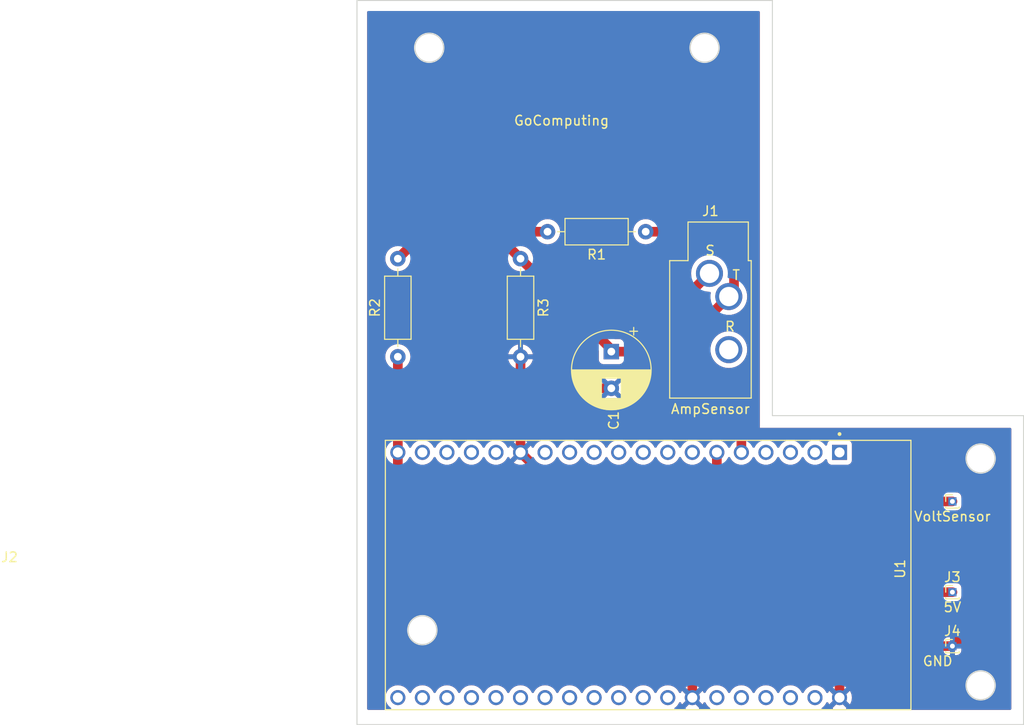
<source format=kicad_pcb>
(kicad_pcb (version 20221018) (generator pcbnew)
  (layers (0 "F.Cu" signal) (31 "B.Cu" signal) (34 "B.Paste" user) (35 "F.Paste" user) (36 "B.SilkS" user "B.Silkscreen") (37 "F.SilkS" user "F.Silkscreen") (38 "B.Mask" user) (39 "F.Mask" user) (44 "Edge.Cuts" user))
  (net 0 "")
  (net 1 "Net-(C1-Pad1)")
  (net 2 "GND")
  (net 4 "Net-(U1-IO34)")
  (net 5 "Net-(J2-Pin_1)")
  (net 6 "VCC")
  (footprint "Resistor_THT:R_Axial_DIN0207_L6.3mm_D2.5mm_P10.16mm_Horizontal" (layer "F.Cu") (at 49.53 57.404 -90)
    (fp_text reference "R3" (at 5.08 -2.37 90) (layer "F.SilkS"))
    (fp_text value "10k")
    (fp_line (start 1.04 0) (end 1.81 0) (stroke (width 0.12)) (layer "F.SilkS"))
    (fp_line (start 1.81 -1.37) (end 1.81 1.37) (stroke (width 0.12)) (layer "F.SilkS"))
    (fp_line (start 1.81 1.37) (end 8.35 1.37) (stroke (width 0.12)) (layer "F.SilkS"))
    (fp_line (start 8.35 -1.37) (end 1.81 -1.37) (stroke (width 0.12)) (layer "F.SilkS"))
    (fp_line (start 8.35 1.37) (end 8.35 -1.37) (stroke (width 0.12)) (layer "F.SilkS"))
    (fp_line (start 9.12 0) (end 8.35 0) (stroke (width 0.12)) (layer "F.SilkS"))
    (pad "1" thru_hole circle (at 0 0 270) (size 1.6 1.6) (drill 0.8) (layers "*.Cu" "*.Mask") (net 1 "Net-(C1-Pad1)"))
    (pad "2" thru_hole oval (at 10.16 0 270) (size 1.6 1.6) (drill 0.8) (layers "*.Cu" "*.Mask") (net 2 "GND"))
  )
  (footprint "Resistor_THT:R_Axial_DIN0207_L6.3mm_D2.5mm_P10.16mm_Horizontal" (layer "F.Cu") (at 62.484 54.61 180)
    (fp_text reference "R1" (at 5.08 -2.37) (layer "F.SilkS"))
    (fp_text value "100R")
    (fp_line (start 1.04 0) (end 1.81 0) (stroke (width 0.12)) (layer "F.SilkS"))
    (fp_line (start 1.81 -1.37) (end 1.81 1.37) (stroke (width 0.12)) (layer "F.SilkS"))
    (fp_line (start 1.81 1.37) (end 8.35 1.37) (stroke (width 0.12)) (layer "F.SilkS"))
    (fp_line (start 8.35 -1.37) (end 1.81 -1.37) (stroke (width 0.12)) (layer "F.SilkS"))
    (fp_line (start 8.35 1.37) (end 8.35 -1.37) (stroke (width 0.12)) (layer "F.SilkS"))
    (fp_line (start 9.12 0) (end 8.35 0) (stroke (width 0.12)) (layer "F.SilkS"))
    (pad "1" thru_hole circle (at 0 0 180) (size 1.6 1.6) (drill 0.8) (layers "*.Cu" "*.Mask") (net 4 "Net-(U1-IO34)"))
    (pad "2" thru_hole oval (at 10.16 0 180) (size 1.6 1.6) (drill 0.8) (layers "*.Cu" "*.Mask") (net 1 "Net-(C1-Pad1)"))
  )
  (footprint "Resistor_THT:R_Axial_DIN0207_L6.3mm_D2.5mm_P10.16mm_Horizontal" (layer "F.Cu") (at 36.83 67.564 90)
    (fp_text reference "R2" (at 5.08 -2.37 90) (layer "F.SilkS"))
    (fp_text value "10k")
    (fp_line (start 1.04 0) (end 1.81 0) (stroke (width 0.12)) (layer "F.SilkS"))
    (fp_line (start 1.81 -1.37) (end 1.81 1.37) (stroke (width 0.12)) (layer "F.SilkS"))
    (fp_line (start 1.81 1.37) (end 8.35 1.37) (stroke (width 0.12)) (layer "F.SilkS"))
    (fp_line (start 8.35 -1.37) (end 1.81 -1.37) (stroke (width 0.12)) (layer "F.SilkS"))
    (fp_line (start 8.35 1.37) (end 8.35 -1.37) (stroke (width 0.12)) (layer "F.SilkS"))
    (fp_line (start 9.12 0) (end 8.35 0) (stroke (width 0.12)) (layer "F.SilkS"))
    (pad "1" thru_hole circle (at 0 0 90) (size 1.6 1.6) (drill 0.8) (layers "*.Cu" "*.Mask") (net 6 "VCC"))
    (pad "2" thru_hole oval (at 10.16 0 90) (size 1.6 1.6) (drill 0.8) (layers "*.Cu" "*.Mask") (net 1 "Net-(C1-Pad1)"))
  )
  (footprint "Connector_PinHeader_1.00mm:PinHeader_1x01_P1.00mm_Vertical" (layer "F.Cu") (at 94.234 82.55)
    (fp_text reference "J2" (at -97.602 5.776) (layer "F.SilkS"))
    (fp_text value "VoltSensor" (at 0 1.56) (layer "F.SilkS"))
    (fp_line (start -0.695 -0.685) (end 0 -0.685) (stroke (width 0.12)) (layer "F.SilkS"))
    (fp_line (start -0.695 0) (end -0.695 -0.685) (stroke (width 0.12)) (layer "F.SilkS"))
    (fp_line (start -0.695 0.685) (end -0.695 0.56) (stroke (width 0.12)) (layer "F.SilkS"))
    (fp_line (start -0.695 0.685) (end -0.608276 0.685) (stroke (width 0.12)) (layer "F.SilkS"))
    (fp_line (start -0.695 0.685) (end 0.695 0.685) (stroke (width 0.12)) (layer "F.SilkS"))
    (fp_line (start 0.608276 0.685) (end 0.695 0.685) (stroke (width 0.12)) (layer "F.SilkS"))
    (fp_line (start 0.695 0.685) (end 0.695 0.56) (stroke (width 0.12)) (layer "F.SilkS"))
    (pad "1" thru_hole rect (at 0 0) (size 0.85 0.85) (drill 0.5) (layers "*.Cu" "*.Mask") (net 5 "Net-(J2-Pin_1)"))
  )
  (footprint "Connector_PinHeader_1.00mm:PinHeader_1x01_P1.00mm_Vertical" (layer "F.Cu") (at 94.234 97.536)
    (fp_text reference "J4" (at 0 -1.56) (layer "F.SilkS"))
    (fp_text value "GND" (at -1.524 1.56) (layer "F.SilkS"))
    (fp_line (start -0.695 -0.685) (end 0 -0.685) (stroke (width 0.12)) (layer "F.SilkS"))
    (fp_line (start -0.695 0) (end -0.695 -0.685) (stroke (width 0.12)) (layer "F.SilkS"))
    (fp_line (start -0.695 0.685) (end -0.695 0.56) (stroke (width 0.12)) (layer "F.SilkS"))
    (fp_line (start -0.695 0.685) (end -0.608276 0.685) (stroke (width 0.12)) (layer "F.SilkS"))
    (fp_line (start -0.695 0.685) (end 0.695 0.685) (stroke (width 0.12)) (layer "F.SilkS"))
    (fp_line (start 0.608276 0.685) (end 0.695 0.685) (stroke (width 0.12)) (layer "F.SilkS"))
    (fp_line (start 0.695 0.685) (end 0.695 0.56) (stroke (width 0.12)) (layer "F.SilkS"))
    (pad "1" thru_hole rect (at 0 0) (size 0.85 0.85) (drill 0.5) (layers "*.Cu" "*.Mask") (net 2 "GND"))
  )
  (footprint "Connector_PinHeader_1.00mm:PinHeader_1x01_P1.00mm_Vertical" (layer "F.Cu") (at 94.234 91.948)
    (fp_text reference "J3" (at 0 -1.56) (layer "F.SilkS"))
    (fp_text value "5V" (at 0 1.56) (layer "F.SilkS"))
    (fp_line (start -0.695 -0.685) (end 0 -0.685) (stroke (width 0.12)) (layer "F.SilkS"))
    (fp_line (start -0.695 0) (end -0.695 -0.685) (stroke (width 0.12)) (layer "F.SilkS"))
    (fp_line (start -0.695 0.685) (end -0.695 0.56) (stroke (width 0.12)) (layer "F.SilkS"))
    (fp_line (start -0.695 0.685) (end -0.608276 0.685) (stroke (width 0.12)) (layer "F.SilkS"))
    (fp_line (start -0.695 0.685) (end 0.695 0.685) (stroke (width 0.12)) (layer "F.SilkS"))
    (fp_line (start 0.608276 0.685) (end 0.695 0.685) (stroke (width 0.12)) (layer "F.SilkS"))
    (fp_line (start 0.695 0.685) (end 0.695 0.56) (stroke (width 0.12)) (layer "F.SilkS"))
    (pad "1" thru_hole rect (at 0 0) (size 0.85 0.85) (drill 0.5) (layers "*.Cu" "*.Mask") (net 6 "VCC"))
  )
  (footprint "Capacitor_THT:CP_Radial_D8.0mm_P3.80mm" (layer "F.Cu") (at 58.928 67.031349 -90)
    (fp_text reference "C1" (at 7.136651 -0.254 90) (layer "F.SilkS"))
    (fp_text value "10uF")
    (fp_line (start -2.509698 -2.315) (end -1.709698 -2.315) (stroke (width 0.12)) (layer "F.SilkS"))
    (fp_line (start -2.109698 -2.715) (end -2.109698 -1.915) (stroke (width 0.12)) (layer "F.SilkS"))
    (fp_line (start 1.9 -4.08) (end 1.9 4.08) (stroke (width 0.12)) (layer "F.SilkS"))
    (fp_line (start 1.94 -4.08) (end 1.94 4.08) (stroke (width 0.12)) (layer "F.SilkS"))
    (fp_line (start 1.98 -4.08) (end 1.98 4.08) (stroke (width 0.12)) (layer "F.SilkS"))
    (fp_line (start 2.02 -4.079) (end 2.02 4.079) (stroke (width 0.12)) (layer "F.SilkS"))
    (fp_line (start 2.06 -4.077) (end 2.06 4.077) (stroke (width 0.12)) (layer "F.SilkS"))
    (fp_line (start 2.1 -4.076) (end 2.1 4.076) (stroke (width 0.12)) (layer "F.SilkS"))
    (fp_line (start 2.14 -4.074) (end 2.14 4.074) (stroke (width 0.12)) (layer "F.SilkS"))
    (fp_line (start 2.18 -4.071) (end 2.18 4.071) (stroke (width 0.12)) (layer "F.SilkS"))
    (fp_line (start 2.22 -4.068) (end 2.22 4.068) (stroke (width 0.12)) (layer "F.SilkS"))
    (fp_line (start 2.26 -4.065) (end 2.26 4.065) (stroke (width 0.12)) (layer "F.SilkS"))
    (fp_line (start 2.3 -4.061) (end 2.3 4.061) (stroke (width 0.12)) (layer "F.SilkS"))
    (fp_line (start 2.34 -4.057) (end 2.34 4.057) (stroke (width 0.12)) (layer "F.SilkS"))
    (fp_line (start 2.38 -4.052) (end 2.38 4.052) (stroke (width 0.12)) (layer "F.SilkS"))
    (fp_line (start 2.42 -4.048) (end 2.42 4.048) (stroke (width 0.12)) (layer "F.SilkS"))
    (fp_line (start 2.46 -4.042) (end 2.46 4.042) (stroke (width 0.12)) (layer "F.SilkS"))
    (fp_line (start 2.5 -4.037) (end 2.5 4.037) (stroke (width 0.12)) (layer "F.SilkS"))
    (fp_line (start 2.54 -4.03) (end 2.54 4.03) (stroke (width 0.12)) (layer "F.SilkS"))
    (fp_line (start 2.58 -4.024) (end 2.58 4.024) (stroke (width 0.12)) (layer "F.SilkS"))
    (fp_line (start 2.621 -4.017) (end 2.621 4.017) (stroke (width 0.12)) (layer "F.SilkS"))
    (fp_line (start 2.661 -4.01) (end 2.661 4.01) (stroke (width 0.12)) (layer "F.SilkS"))
    (fp_line (start 2.701 -4.002) (end 2.701 4.002) (stroke (width 0.12)) (layer "F.SilkS"))
    (fp_line (start 2.741 -3.994) (end 2.741 3.994) (stroke (width 0.12)) (layer "F.SilkS"))
    (fp_line (start 2.781 -3.985) (end 2.781 -1.04) (stroke (width 0.12)) (layer "F.SilkS"))
    (fp_line (start 2.781 1.04) (end 2.781 3.985) (stroke (width 0.12)) (layer "F.SilkS"))
    (fp_line (start 2.821 -3.976) (end 2.821 -1.04) (stroke (width 0.12)) (layer "F.SilkS"))
    (fp_line (start 2.821 1.04) (end 2.821 3.976) (stroke (width 0.12)) (layer "F.SilkS"))
    (fp_line (start 2.861 -3.967) (end 2.861 -1.04) (stroke (width 0.12)) (layer "F.SilkS"))
    (fp_line (start 2.861 1.04) (end 2.861 3.967) (stroke (width 0.12)) (layer "F.SilkS"))
    (fp_line (start 2.901 -3.957) (end 2.901 -1.04) (stroke (width 0.12)) (layer "F.SilkS"))
    (fp_line (start 2.901 1.04) (end 2.901 3.957) (stroke (width 0.12)) (layer "F.SilkS"))
    (fp_line (start 2.941 -3.947) (end 2.941 -1.04) (stroke (width 0.12)) (layer "F.SilkS"))
    (fp_line (start 2.941 1.04) (end 2.941 3.947) (stroke (width 0.12)) (layer "F.SilkS"))
    (fp_line (start 2.981 -3.936) (end 2.981 -1.04) (stroke (width 0.12)) (layer "F.SilkS"))
    (fp_line (start 2.981 1.04) (end 2.981 3.936) (stroke (width 0.12)) (layer "F.SilkS"))
    (fp_line (start 3.021 -3.925) (end 3.021 -1.04) (stroke (width 0.12)) (layer "F.SilkS"))
    (fp_line (start 3.021 1.04) (end 3.021 3.925) (stroke (width 0.12)) (layer "F.SilkS"))
    (fp_line (start 3.061 -3.914) (end 3.061 -1.04) (stroke (width 0.12)) (layer "F.SilkS"))
    (fp_line (start 3.061 1.04) (end 3.061 3.914) (stroke (width 0.12)) (layer "F.SilkS"))
    (fp_line (start 3.101 -3.902) (end 3.101 -1.04) (stroke (width 0.12)) (layer "F.SilkS"))
    (fp_line (start 3.101 1.04) (end 3.101 3.902) (stroke (width 0.12)) (layer "F.SilkS"))
    (fp_line (start 3.141 -3.889) (end 3.141 -1.04) (stroke (width 0.12)) (layer "F.SilkS"))
    (fp_line (start 3.141 1.04) (end 3.141 3.889) (stroke (width 0.12)) (layer "F.SilkS"))
    (fp_line (start 3.181 -3.877) (end 3.181 -1.04) (stroke (width 0.12)) (layer "F.SilkS"))
    (fp_line (start 3.181 1.04) (end 3.181 3.877) (stroke (width 0.12)) (layer "F.SilkS"))
    (fp_line (start 3.221 -3.863) (end 3.221 -1.04) (stroke (width 0.12)) (layer "F.SilkS"))
    (fp_line (start 3.221 1.04) (end 3.221 3.863) (stroke (width 0.12)) (layer "F.SilkS"))
    (fp_line (start 3.261 -3.85) (end 3.261 -1.04) (stroke (width 0.12)) (layer "F.SilkS"))
    (fp_line (start 3.261 1.04) (end 3.261 3.85) (stroke (width 0.12)) (layer "F.SilkS"))
    (fp_line (start 3.301 -3.835) (end 3.301 -1.04) (stroke (width 0.12)) (layer "F.SilkS"))
    (fp_line (start 3.301 1.04) (end 3.301 3.835) (stroke (width 0.12)) (layer "F.SilkS"))
    (fp_line (start 3.341 -3.821) (end 3.341 -1.04) (stroke (width 0.12)) (layer "F.SilkS"))
    (fp_line (start 3.341 1.04) (end 3.341 3.821) (stroke (width 0.12)) (layer "F.SilkS"))
    (fp_line (start 3.381 -3.805) (end 3.381 -1.04) (stroke (width 0.12)) (layer "F.SilkS"))
    (fp_line (start 3.381 1.04) (end 3.381 3.805) (stroke (width 0.12)) (layer "F.SilkS"))
    (fp_line (start 3.421 -3.79) (end 3.421 -1.04) (stroke (width 0.12)) (layer "F.SilkS"))
    (fp_line (start 3.421 1.04) (end 3.421 3.79) (stroke (width 0.12)) (layer "F.SilkS"))
    (fp_line (start 3.461 -3.774) (end 3.461 -1.04) (stroke (width 0.12)) (layer "F.SilkS"))
    (fp_line (start 3.461 1.04) (end 3.461 3.774) (stroke (width 0.12)) (layer "F.SilkS"))
    (fp_line (start 3.501 -3.757) (end 3.501 -1.04) (stroke (width 0.12)) (layer "F.SilkS"))
    (fp_line (start 3.501 1.04) (end 3.501 3.757) (stroke (width 0.12)) (layer "F.SilkS"))
    (fp_line (start 3.541 -3.74) (end 3.541 -1.04) (stroke (width 0.12)) (layer "F.SilkS"))
    (fp_line (start 3.541 1.04) (end 3.541 3.74) (stroke (width 0.12)) (layer "F.SilkS"))
    (fp_line (start 3.581 -3.722) (end 3.581 -1.04) (stroke (width 0.12)) (layer "F.SilkS"))
    (fp_line (start 3.581 1.04) (end 3.581 3.722) (stroke (width 0.12)) (layer "F.SilkS"))
    (fp_line (start 3.621 -3.704) (end 3.621 -1.04) (stroke (width 0.12)) (layer "F.SilkS"))
    (fp_line (start 3.621 1.04) (end 3.621 3.704) (stroke (width 0.12)) (layer "F.SilkS"))
    (fp_line (start 3.661 -3.686) (end 3.661 -1.04) (stroke (width 0.12)) (layer "F.SilkS"))
    (fp_line (start 3.661 1.04) (end 3.661 3.686) (stroke (width 0.12)) (layer "F.SilkS"))
    (fp_line (start 3.701 -3.666) (end 3.701 -1.04) (stroke (width 0.12)) (layer "F.SilkS"))
    (fp_line (start 3.701 1.04) (end 3.701 3.666) (stroke (width 0.12)) (layer "F.SilkS"))
    (fp_line (start 3.741 -3.647) (end 3.741 -1.04) (stroke (width 0.12)) (layer "F.SilkS"))
    (fp_line (start 3.741 1.04) (end 3.741 3.647) (stroke (width 0.12)) (layer "F.SilkS"))
    (fp_line (start 3.781 -3.627) (end 3.781 -1.04) (stroke (width 0.12)) (layer "F.SilkS"))
    (fp_line (start 3.781 1.04) (end 3.781 3.627) (stroke (width 0.12)) (layer "F.SilkS"))
    (fp_line (start 3.821 -3.606) (end 3.821 -1.04) (stroke (width 0.12)) (layer "F.SilkS"))
    (fp_line (start 3.821 1.04) (end 3.821 3.606) (stroke (width 0.12)) (layer "F.SilkS"))
    (fp_line (start 3.861 -3.584) (end 3.861 -1.04) (stroke (width 0.12)) (layer "F.SilkS"))
    (fp_line (start 3.861 1.04) (end 3.861 3.584) (stroke (width 0.12)) (layer "F.SilkS"))
    (fp_line (start 3.901 -3.562) (end 3.901 -1.04) (stroke (width 0.12)) (layer "F.SilkS"))
    (fp_line (start 3.901 1.04) (end 3.901 3.562) (stroke (width 0.12)) (layer "F.SilkS"))
    (fp_line (start 3.941 -3.54) (end 3.941 -1.04) (stroke (width 0.12)) (layer "F.SilkS"))
    (fp_line (start 3.941 1.04) (end 3.941 3.54) (stroke (width 0.12)) (layer "F.SilkS"))
    (fp_line (start 3.981 -3.517) (end 3.981 -1.04) (stroke (width 0.12)) (layer "F.SilkS"))
    (fp_line (start 3.981 1.04) (end 3.981 3.517) (stroke (width 0.12)) (layer "F.SilkS"))
    (fp_line (start 4.021 -3.493) (end 4.021 -1.04) (stroke (width 0.12)) (layer "F.SilkS"))
    (fp_line (start 4.021 1.04) (end 4.021 3.493) (stroke (width 0.12)) (layer "F.SilkS"))
    (fp_line (start 4.061 -3.469) (end 4.061 -1.04) (stroke (width 0.12)) (layer "F.SilkS"))
    (fp_line (start 4.061 1.04) (end 4.061 3.469) (stroke (width 0.12)) (layer "F.SilkS"))
    (fp_line (start 4.101 -3.444) (end 4.101 -1.04) (stroke (width 0.12)) (layer "F.SilkS"))
    (fp_line (start 4.101 1.04) (end 4.101 3.444) (stroke (width 0.12)) (layer "F.SilkS"))
    (fp_line (start 4.141 -3.418) (end 4.141 -1.04) (stroke (width 0.12)) (layer "F.SilkS"))
    (fp_line (start 4.141 1.04) (end 4.141 3.418) (stroke (width 0.12)) (layer "F.SilkS"))
    (fp_line (start 4.181 -3.392) (end 4.181 -1.04) (stroke (width 0.12)) (layer "F.SilkS"))
    (fp_line (start 4.181 1.04) (end 4.181 3.392) (stroke (width 0.12)) (layer "F.SilkS"))
    (fp_line (start 4.221 -3.365) (end 4.221 -1.04) (stroke (width 0.12)) (layer "F.SilkS"))
    (fp_line (start 4.221 1.04) (end 4.221 3.365) (stroke (width 0.12)) (layer "F.SilkS"))
    (fp_line (start 4.261 -3.338) (end 4.261 -1.04) (stroke (width 0.12)) (layer "F.SilkS"))
    (fp_line (start 4.261 1.04) (end 4.261 3.338) (stroke (width 0.12)) (layer "F.SilkS"))
    (fp_line (start 4.301 -3.309) (end 4.301 -1.04) (stroke (width 0.12)) (layer "F.SilkS"))
    (fp_line (start 4.301 1.04) (end 4.301 3.309) (stroke (width 0.12)) (layer "F.SilkS"))
    (fp_line (start 4.341 -3.28) (end 4.341 -1.04) (stroke (width 0.12)) (layer "F.SilkS"))
    (fp_line (start 4.341 1.04) (end 4.341 3.28) (stroke (width 0.12)) (layer "F.SilkS"))
    (fp_line (start 4.381 -3.25) (end 4.381 -1.04) (stroke (width 0.12)) (layer "F.SilkS"))
    (fp_line (start 4.381 1.04) (end 4.381 3.25) (stroke (width 0.12)) (layer "F.SilkS"))
    (fp_line (start 4.421 -3.22) (end 4.421 -1.04) (stroke (width 0.12)) (layer "F.SilkS"))
    (fp_line (start 4.421 1.04) (end 4.421 3.22) (stroke (width 0.12)) (layer "F.SilkS"))
    (fp_line (start 4.461 -3.189) (end 4.461 -1.04) (stroke (width 0.12)) (layer "F.SilkS"))
    (fp_line (start 4.461 1.04) (end 4.461 3.189) (stroke (width 0.12)) (layer "F.SilkS"))
    (fp_line (start 4.501 -3.156) (end 4.501 -1.04) (stroke (width 0.12)) (layer "F.SilkS"))
    (fp_line (start 4.501 1.04) (end 4.501 3.156) (stroke (width 0.12)) (layer "F.SilkS"))
    (fp_line (start 4.541 -3.124) (end 4.541 -1.04) (stroke (width 0.12)) (layer "F.SilkS"))
    (fp_line (start 4.541 1.04) (end 4.541 3.124) (stroke (width 0.12)) (layer "F.SilkS"))
    (fp_line (start 4.581 -3.09) (end 4.581 -1.04) (stroke (width 0.12)) (layer "F.SilkS"))
    (fp_line (start 4.581 1.04) (end 4.581 3.09) (stroke (width 0.12)) (layer "F.SilkS"))
    (fp_line (start 4.621 -3.055) (end 4.621 -1.04) (stroke (width 0.12)) (layer "F.SilkS"))
    (fp_line (start 4.621 1.04) (end 4.621 3.055) (stroke (width 0.12)) (layer "F.SilkS"))
    (fp_line (start 4.661 -3.019) (end 4.661 -1.04) (stroke (width 0.12)) (layer "F.SilkS"))
    (fp_line (start 4.661 1.04) (end 4.661 3.019) (stroke (width 0.12)) (layer "F.SilkS"))
    (fp_line (start 4.701 -2.983) (end 4.701 -1.04) (stroke (width 0.12)) (layer "F.SilkS"))
    (fp_line (start 4.701 1.04) (end 4.701 2.983) (stroke (width 0.12)) (layer "F.SilkS"))
    (fp_line (start 4.741 -2.945) (end 4.741 -1.04) (stroke (width 0.12)) (layer "F.SilkS"))
    (fp_line (start 4.741 1.04) (end 4.741 2.945) (stroke (width 0.12)) (layer "F.SilkS"))
    (fp_line (start 4.781 -2.907) (end 4.781 -1.04) (stroke (width 0.12)) (layer "F.SilkS"))
    (fp_line (start 4.781 1.04) (end 4.781 2.907) (stroke (width 0.12)) (layer "F.SilkS"))
    (fp_line (start 4.821 -2.867) (end 4.821 -1.04) (stroke (width 0.12)) (layer "F.SilkS"))
    (fp_line (start 4.821 1.04) (end 4.821 2.867) (stroke (width 0.12)) (layer "F.SilkS"))
    (fp_line (start 4.861 -2.826) (end 4.861 2.826) (stroke (width 0.12)) (layer "F.SilkS"))
    (fp_line (start 4.901 -2.784) (end 4.901 2.784) (stroke (width 0.12)) (layer "F.SilkS"))
    (fp_line (start 4.941 -2.741) (end 4.941 2.741) (stroke (width 0.12)) (layer "F.SilkS"))
    (fp_line (start 4.981 -2.697) (end 4.981 2.697) (stroke (width 0.12)) (layer "F.SilkS"))
    (fp_line (start 5.021 -2.651) (end 5.021 2.651) (stroke (width 0.12)) (layer "F.SilkS"))
    (fp_line (start 5.061 -2.604) (end 5.061 2.604) (stroke (width 0.12)) (layer "F.SilkS"))
    (fp_line (start 5.101 -2.556) (end 5.101 2.556) (stroke (width 0.12)) (layer "F.SilkS"))
    (fp_line (start 5.141 -2.505) (end 5.141 2.505) (stroke (width 0.12)) (layer "F.SilkS"))
    (fp_line (start 5.181 -2.454) (end 5.181 2.454) (stroke (width 0.12)) (layer "F.SilkS"))
    (fp_line (start 5.221 -2.4) (end 5.221 2.4) (stroke (width 0.12)) (layer "F.SilkS"))
    (fp_line (start 5.261 -2.345) (end 5.261 2.345) (stroke (width 0.12)) (layer "F.SilkS"))
    (fp_line (start 5.301 -2.287) (end 5.301 2.287) (stroke (width 0.12)) (layer "F.SilkS"))
    (fp_line (start 5.341 -2.228) (end 5.341 2.228) (stroke (width 0.12)) (layer "F.SilkS"))
    (fp_line (start 5.381 -2.166) (end 5.381 2.166) (stroke (width 0.12)) (layer "F.SilkS"))
    (fp_line (start 5.421 -2.102) (end 5.421 2.102) (stroke (width 0.12)) (layer "F.SilkS"))
    (fp_line (start 5.461 -2.034) (end 5.461 2.034) (stroke (width 0.12)) (layer "F.SilkS"))
    (fp_line (start 5.501 -1.964) (end 5.501 1.964) (stroke (width 0.12)) (layer "F.SilkS"))
    (fp_line (start 5.541 -1.89) (end 5.541 1.89) (stroke (width 0.12)) (layer "F.SilkS"))
    (fp_line (start 5.581 -1.813) (end 5.581 1.813) (stroke (width 0.12)) (layer "F.SilkS"))
    (fp_line (start 5.621 -1.731) (end 5.621 1.731) (stroke (width 0.12)) (layer "F.SilkS"))
    (fp_line (start 5.661 -1.645) (end 5.661 1.645) (stroke (width 0.12)) (layer "F.SilkS"))
    (fp_line (start 5.701 -1.552) (end 5.701 1.552) (stroke (width 0.12)) (layer "F.SilkS"))
    (fp_line (start 5.741 -1.453) (end 5.741 1.453) (stroke (width 0.12)) (layer "F.SilkS"))
    (fp_line (start 5.781 -1.346) (end 5.781 1.346) (stroke (width 0.12)) (layer "F.SilkS"))
    (fp_line (start 5.821 -1.229) (end 5.821 1.229) (stroke (width 0.12)) (layer "F.SilkS"))
    (fp_line (start 5.861 -1.098) (end 5.861 1.098) (stroke (width 0.12)) (layer "F.SilkS"))
    (fp_line (start 5.901 -0.948) (end 5.901 0.948) (stroke (width 0.12)) (layer "F.SilkS"))
    (fp_line (start 5.941 -0.768) (end 5.941 0.768) (stroke (width 0.12)) (layer "F.SilkS"))
    (fp_line (start 5.981 -0.533) (end 5.981 0.533) (stroke (width 0.12)) (layer "F.SilkS"))
    (fp_circle (center 1.9 0) (end 6.02 0) (stroke (width 0.12)) (fill none) (layer "F.SilkS"))
    (pad "1" thru_hole rect (at 0 0 270) (size 1.6 1.6) (drill 0.8) (layers "*.Cu" "*.Mask") (net 1 "Net-(C1-Pad1)"))
    (pad "2" thru_hole circle (at 3.8 0 270) (size 1.6 1.6) (drill 0.8) (layers "*.Cu" "*.Mask") (net 2 "GND"))
  )
  (footprint "Connector_Audio:Jack_3.5mm_CUI_SJ1-3533NG_Horizontal_CircularHoles" (layer "F.Cu") (at 69.088 58.928)
    (fp_text reference "J1" (at 0.1 -6.45) (layer "F.SilkS"))
    (fp_text value "AmpSensor" (at 0.1 14.05) (layer "F.SilkS"))
    (fp_line (start -4.12 -1.32) (end -2.22 -1.32) (stroke (width 0.12)) (layer "F.SilkS"))
    (fp_line (start -4.12 12.92) (end -4.12 -1.32) (stroke (width 0.12)) (layer "F.SilkS"))
    (fp_line (start -2.22 -5.32) (end 4.02 -5.32) (stroke (width 0.12)) (layer "F.SilkS"))
    (fp_line (start -2.22 -1.32) (end -2.22 -5.32) (stroke (width 0.12)) (layer "F.SilkS"))
    (fp_line (start 4.02 -5.32) (end 4.02 -1.32) (stroke (width 0.12)) (layer "F.SilkS"))
    (fp_line (start 4.02 -1.32) (end 4.32 -1.32) (stroke (width 0.12)) (layer "F.SilkS"))
    (fp_line (start 4.32 -1.32) (end 4.32 12.92) (stroke (width 0.12)) (layer "F.SilkS"))
    (fp_line (start 4.32 12.92) (end -4.12 12.92) (stroke (width 0.12)) (layer "F.SilkS"))
    (pad "R" thru_hole circle (at 2 7.9) (size 2.8 2.8) (drill 2) (layers "*.Cu" "*.Mask"))
    (pad "S" thru_hole circle (at 0 0) (size 2.8 2.8) (drill 2) (layers "*.Cu" "*.Mask") (net 1 "Net-(C1-Pad1)"))
    (pad "T" thru_hole circle (at 2 2.4) (size 2.8 2.8) (drill 2) (layers "*.Cu" "*.Mask") (net 4 "Net-(U1-IO34)"))
  )
  (footprint "ESP32-DEVKITC-32D:MODULE_ESP32-DEVKITC-32D" (layer "F.Cu") (at 62.79 90.17 -90)
    (fp_text reference "U1" (at -0.635 -26.035 90) (layer "F.SilkS") (effects (font (size 1.000386 1.000386))))
    (fp_text value "ESP32-DEVKITC-32D")
    (fp_line (start -13.95 -27.15) (end 13.95 -27.15) (stroke (width 0.127)) (layer "F.SilkS"))
    (fp_line (start -13.95 27.25) (end -13.95 -27.15) (stroke (width 0.127)) (layer "F.SilkS"))
    (fp_line (start 13.95 -27.15) (end 13.95 27.25) (stroke (width 0.127)) (layer "F.SilkS"))
    (fp_line (start 13.95 27.25) (end -13.95 27.25) (stroke (width 0.127)) (layer "F.SilkS"))
    (fp_circle (center -14.6 -19.76) (end -14.5 -19.76) (stroke (width 0.2)) (fill none) (layer "F.SilkS"))
    (pad "J2-1" thru_hole rect (at -12.7 -19.76 270) (size 1.56 1.56) (drill 1.04) (layers "*.Cu" "*.Mask"))
    (pad "J2-2" thru_hole circle (at -12.7 -17.22 270) (size 1.56 1.56) (drill 1.04) (layers "*.Cu" "*.Mask"))
    (pad "J2-3" thru_hole circle (at -12.7 -14.68 270) (size 1.56 1.56) (drill 1.04) (layers "*.Cu" "*.Mask"))
    (pad "J2-4" thru_hole circle (at -12.7 -12.14 270) (size 1.56 1.56) (drill 1.04) (layers "*.Cu" "*.Mask"))
    (pad "J2-5" thru_hole circle (at -12.7 -9.6 270) (size 1.56 1.56) (drill 1.04) (layers "*.Cu" "*.Mask") (net 4 "Net-(U1-IO34)"))
    (pad "J2-6" thru_hole circle (at -12.7 -7.06 270) (size 1.56 1.56) (drill 1.04) (layers "*.Cu" "*.Mask") (net 5 "Net-(J2-Pin_1)"))
    (pad "J2-7" thru_hole circle (at -12.7 -4.52 270) (size 1.56 1.56) (drill 1.04) (layers "*.Cu" "*.Mask"))
    (pad "J2-8" thru_hole circle (at -12.7 -1.98 270) (size 1.56 1.56) (drill 1.04) (layers "*.Cu" "*.Mask"))
    (pad "J2-9" thru_hole circle (at -12.7 0.56 270) (size 1.56 1.56) (drill 1.04) (layers "*.Cu" "*.Mask"))
    (pad "J2-10" thru_hole circle (at -12.7 3.1 270) (size 1.56 1.56) (drill 1.04) (layers "*.Cu" "*.Mask"))
    (pad "J2-11" thru_hole circle (at -12.7 5.64 270) (size 1.56 1.56) (drill 1.04) (layers "*.Cu" "*.Mask"))
    (pad "J2-12" thru_hole circle (at -12.7 8.18 270) (size 1.56 1.56) (drill 1.04) (layers "*.Cu" "*.Mask"))
    (pad "J2-13" thru_hole circle (at -12.7 10.72 270) (size 1.56 1.56) (drill 1.04) (layers "*.Cu" "*.Mask"))
    (pad "J2-14" thru_hole circle (at -12.7 13.26 270) (size 1.56 1.56) (drill 1.04) (layers "*.Cu" "*.Mask") (net 2 "GND"))
    (pad "J2-15" thru_hole circle (at -12.7 15.8 270) (size 1.56 1.56) (drill 1.04) (layers "*.Cu" "*.Mask"))
    (pad "J2-16" thru_hole circle (at -12.7 18.34 270) (size 1.56 1.56) (drill 1.04) (layers "*.Cu" "*.Mask"))
    (pad "J2-17" thru_hole circle (at -12.7 20.88 270) (size 1.56 1.56) (drill 1.04) (layers "*.Cu" "*.Mask"))
    (pad "J2-18" thru_hole circle (at -12.7 23.42 270) (size 1.56 1.56) (drill 1.04) (layers "*.Cu" "*.Mask"))
    (pad "J2-19" thru_hole circle (at -12.7 25.96 270) (size 1.56 1.56) (drill 1.04) (layers "*.Cu" "*.Mask") (net 6 "VCC"))
    (pad "J3-1" thru_hole circle (at 12.7 -19.76 270) (size 1.56 1.56) (drill 1.04) (layers "*.Cu" "*.Mask") (net 2 "GND"))
    (pad "J3-2" thru_hole circle (at 12.7 -17.22 270) (size 1.56 1.56) (drill 1.04) (layers "*.Cu" "*.Mask"))
    (pad "J3-3" thru_hole circle (at 12.7 -14.68 270) (size 1.56 1.56) (drill 1.04) (layers "*.Cu" "*.Mask"))
    (pad "J3-4" thru_hole circle (at 12.7 -12.14 270) (size 1.56 1.56) (drill 1.04) (layers "*.Cu" "*.Mask"))
    (pad "J3-5" thru_hole circle (at 12.7 -9.6 270) (size 1.56 1.56) (drill 1.04) (layers "*.Cu" "*.Mask"))
    (pad "J3-6" thru_hole circle (at 12.7 -7.06 270) (size 1.56 1.56) (drill 1.04) (layers "*.Cu" "*.Mask"))
    (pad "J3-7" thru_hole circle (at 12.7 -4.52 270) (size 1.56 1.56) (drill 1.04) (layers "*.Cu" "*.Mask") (net 2 "GND"))
    (pad "J3-8" thru_hole circle (at 12.7 -1.98 270) (size 1.56 1.56) (drill 1.04) (layers "*.Cu" "*.Mask"))
    (pad "J3-9" thru_hole circle (at 12.7 0.56 270) (size 1.56 1.56) (drill 1.04) (layers "*.Cu" "*.Mask"))
    (pad "J3-10" thru_hole circle (at 12.7 3.1 270) (size 1.56 1.56) (drill 1.04) (layers "*.Cu" "*.Mask"))
    (pad "J3-11" thru_hole circle (at 12.7 5.64 270) (size 1.56 1.56) (drill 1.04) (layers "*.Cu" "*.Mask"))
    (pad "J3-12" thru_hole circle (at 12.7 8.18 270) (size 1.56 1.56) (drill 1.04) (layers "*.Cu" "*.Mask"))
    (pad "J3-13" thru_hole circle (at 12.7 10.72 270) (size 1.56 1.56) (drill 1.04) (layers "*.Cu" "*.Mask"))
    (pad "J3-14" thru_hole circle (at 12.7 13.26 270) (size 1.56 1.56) (drill 1.04) (layers "*.Cu" "*.Mask"))
    (pad "J3-15" thru_hole circle (at 12.7 15.8 270) (size 1.56 1.56) (drill 1.04) (layers "*.Cu" "*.Mask"))
    (pad "J3-16" thru_hole circle (at 12.7 18.34 270) (size 1.56 1.56) (drill 1.04) (layers "*.Cu" "*.Mask"))
    (pad "J3-17" thru_hole circle (at 12.7 20.88 270) (size 1.56 1.56) (drill 1.04) (layers "*.Cu" "*.Mask"))
    (pad "J3-18" thru_hole circle (at 12.7 23.42 270) (size 1.56 1.56) (drill 1.04) (layers "*.Cu" "*.Mask"))
    (pad "J3-19" thru_hole circle (at 12.7 25.96 270) (size 1.56 1.56) (drill 1.04) (layers "*.Cu" "*.Mask"))
  )
  (gr_line (start 32.6 105.66) (end 32.6 30.66) (stroke (width 0.1)) (layer "Edge.Cuts"))
  (gr_circle (center 39.37 95.885) (end 40.87 95.885) (stroke (width 0.15)) (fill none) (layer "Edge.Cuts"))
  (gr_line (start 101.6 105.66) (end 32.6 105.66) (stroke (width 0.1)) (layer "Edge.Cuts"))
  (gr_line (start 75.6 73.66) (end 101.6 73.66) (stroke (width 0.1)) (layer "Edge.Cuts"))
  (gr_circle (center 97.155 101.6) (end 98.655 101.6) (stroke (width 0.15)) (fill none) (layer "Edge.Cuts"))
  (gr_line (start 75.6 30.66) (end 75.6 73.66) (stroke (width 0.1)) (layer "Edge.Cuts"))
  (gr_circle (center 40.079535 35.56) (end 41.579535 35.56) (stroke (width 0.15)) (fill none) (layer "Edge.Cuts"))
  (gr_line (start 32.6 30.66) (end 75.6 30.66) (stroke (width 0.1)) (layer "Edge.Cuts"))
  (gr_line (start 101.6 73.66) (end 101.6 105.66) (stroke (width 0.1)) (layer "Edge.Cuts"))
  (gr_circle (center 97.155 78.105) (end 98.655 78.105) (stroke (width 0.15)) (fill none) (layer "Edge.Cuts"))
  (gr_circle (center 68.58 35.56) (end 70.08 35.56) (stroke (width 0.15)) (fill none) (layer "Edge.Cuts"))
  (gr_text "T" (at 71.374 59.69) (layer "F.SilkS") (effects (font (size 1 1)) (justify left bottom)))
  (gr_text "GoComputing" (at 48.768 43.688) (layer "F.SilkS") (effects (font (size 1 1)) (justify left bottom)))
  (gr_text "S" (at 68.58 57.15) (layer "F.SilkS") (effects (font (size 1 1)) (justify left bottom)))
  (gr_text "R" (at 70.612 65.024) (layer "F.SilkS") (effects (font (size 1 1)) (justify left bottom)))
  (segment (start 46.736 54.61) (end 52.324 54.61) (width 1) (layer "F.Cu") (net 1))
  (segment (start 36.83 57.404) (end 39.624 54.61) (width 1) (layer "F.Cu") (net 1))
  (segment (start 58.928 67.031349) (end 60.984651 67.031349) (width 1) (layer "F.Cu") (net 1))
  (segment (start 60.984651 67.031349) (end 69.088 58.928) (width 1) (layer "F.Cu") (net 1))
  (segment (start 58.928 66.802) (end 58.928 67.031349) (width 1) (layer "F.Cu") (net 1))
  (segment (start 49.53 57.404) (end 58.928 66.802) (width 1) (layer "F.Cu") (net 1))
  (segment (start 49.53 57.404) (end 46.736 54.61) (width 1) (layer "F.Cu") (net 1))
  (segment (start 39.624 54.61) (end 46.736 54.61) (width 1) (layer "F.Cu") (net 1))
  (segment (start 96.52 89.916) (end 96.52 95.25) (width 1) (layer "F.Cu") (net 2))
  (segment (start 94.234 97.536) (end 96.52 95.25) (width 1) (layer "F.Cu") (net 2))
  (segment (start 49.53 67.564) (end 49.53 73.406) (width 1) (layer "F.Cu") (net 2))
  (segment (start 94.234 87.63) (end 96.52 89.916) (width 1) (layer "F.Cu") (net 2))
  (segment (start 59.69 87.63) (end 49.53 77.47) (width 1) (layer "F.Cu") (net 2))
  (segment (start 86.36 97.536) (end 94.234 97.536) (width 1) (layer "F.Cu") (net 2))
  (segment (start 49.53 73.406) (end 49.53 77.47) (width 1) (layer "F.Cu") (net 2))
  (segment (start 67.31 102.87) (end 67.31 101.092) (width 1) (layer "F.Cu") (net 2))
  (segment (start 70.866 97.536) (end 86.36 97.536) (width 1) (layer "F.Cu") (net 2))
  (segment (start 58.928 70.831349) (end 52.104651 70.831349) (width 1) (layer "F.Cu") (net 2))
  (segment (start 82.55 101.346) (end 86.36 97.536) (width 1) (layer "F.Cu") (net 2))
  (segment (start 67.31 101.092) (end 70.866 97.536) (width 1) (layer "F.Cu") (net 2))
  (segment (start 52.104651 70.831349) (end 49.53 73.406) (width 1) (layer "F.Cu") (net 2))
  (segment (start 59.69 87.63) (end 94.234 87.63) (width 1) (layer "F.Cu") (net 2))
  (segment (start 82.55 102.87) (end 82.55 101.346) (width 1) (layer "F.Cu") (net 2))
  (segment (start 71.628 60.788) (end 71.088 61.328) (width 1) (layer "F.Cu") (net 4))
  (segment (start 67.818 71.374) (end 72.39 75.946) (width 1) (layer "F.Cu") (net 4))
  (segment (start 69.596 54.61) (end 71.628 56.642) (width 1) (layer "F.Cu") (net 4))
  (segment (start 72.39 75.946) (end 72.39 77.47) (width 1) (layer "F.Cu") (net 4))
  (segment (start 71.628 56.642) (end 71.628 60.788) (width 1) (layer "F.Cu") (net 4))
  (segment (start 67.818 64.598) (end 67.818 71.374) (width 1) (layer "F.Cu") (net 4))
  (segment (start 62.484 54.61) (end 69.596 54.61) (width 1) (layer "F.Cu") (net 4))
  (segment (start 71.088 61.328) (end 67.818 64.598) (width 1) (layer "F.Cu") (net 4))
  (segment (start 69.85 79.756) (end 69.85 77.47) (width 1) (layer "F.Cu") (net 5))
  (segment (start 72.644 82.55) (end 69.85 79.756) (width 1) (layer "F.Cu") (net 5))
  (segment (start 94.234 82.55) (end 72.644 82.55) (width 1) (layer "F.Cu") (net 5))
  (segment (start 36.83 82.296) (end 36.83 77.47) (width 1) (layer "F.Cu") (net 6))
  (segment (start 46.482 91.948) (end 36.83 82.296) (width 1) (layer "F.Cu") (net 6))
  (segment (start 36.83 77.47) (end 36.83 67.564) (width 1) (layer "F.Cu") (net 6))
  (segment (start 94.234 91.948) (end 46.482 91.948) (width 1) (layer "F.Cu") (net 6))
  (zone (net 2) (net_name "GND") (layer "F.Cu") (connect_pads (clearance 0.5)) (min_thickness 0.25) (fill yes (thermal_gap 0.5) (thermal_bridge_width 0.5))
    (polygon (pts (xy 33.655 31.75) (xy 74.295 31.75) (xy 74.295 74.93) (xy 100.33 74.93) (xy 100.33 104.14) (xy 33.655 104.14)))
  )
  (zone (net 2) (net_name "GND") (layer "B.Cu") (priority 1) (connect_pads (clearance 0.5)) (min_thickness 0.25) (fill yes (thermal_gap 0.5) (thermal_bridge_width 0.5))
    (polygon (pts (xy 33.655 31.75) (xy 74.295 31.75) (xy 74.295 74.93) (xy 100.33 74.93) (xy 100.33 104.14) (xy 33.655 104.14)))
  )
)
</source>
